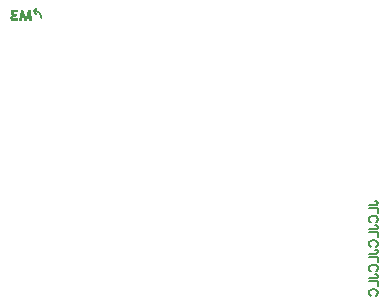
<source format=gbo>
G04 Layer: BottomSilkLayer*
G04 EasyEDA v6.4.2, 2020-07-29T20:00:14+08:00*
G04 a4d3a70eaac246dab60b55038e04b420,fed530592efb474aaabf7115e2e2b964,NaN*
G04 Gerber Generator version 0.2*
G04 Scale: 100 percent, Rotated: No, Reflected: No *
G04 Dimensions in millimeters *
G04 leading zeros omitted , absolute positions ,3 integer and 3 decimal *
%FSLAX33Y33*%
%MOMM*%
G90*
G71D02*

%ADD12C,0.200000*%
%ADD13C,0.203200*%

%LPD*%
G54D12*
G01X22632Y39444D02*
G01X22732Y39164D01*
G01X22632Y39444D02*
G01X22872Y39623D01*
G54D13*
G01X50949Y22970D02*
G01X51531Y22970D01*
G01X51640Y23008D01*
G01X51675Y23044D01*
G01X51711Y23117D01*
G01X51711Y23188D01*
G01X51675Y23262D01*
G01X51640Y23298D01*
G01X51531Y23333D01*
G01X51457Y23333D01*
G01X50949Y22731D02*
G01X51711Y22731D01*
G01X51711Y22731D02*
G01X51711Y22294D01*
G01X51129Y21509D02*
G01X51058Y21545D01*
G01X50984Y21619D01*
G01X50949Y21690D01*
G01X50949Y21837D01*
G01X50984Y21908D01*
G01X51058Y21982D01*
G01X51129Y22017D01*
G01X51238Y22056D01*
G01X51421Y22056D01*
G01X51531Y22017D01*
G01X51602Y21982D01*
G01X51675Y21908D01*
G01X51711Y21837D01*
G01X51711Y21690D01*
G01X51675Y21619D01*
G01X51602Y21545D01*
G01X51531Y21509D01*
G01X50949Y20905D02*
G01X51531Y20905D01*
G01X51640Y20940D01*
G01X51675Y20979D01*
G01X51711Y21050D01*
G01X51711Y21123D01*
G01X51675Y21197D01*
G01X51640Y21233D01*
G01X51531Y21268D01*
G01X51457Y21268D01*
G01X50949Y20666D02*
G01X51711Y20666D01*
G01X51711Y20666D02*
G01X51711Y20229D01*
G01X51129Y19444D02*
G01X51058Y19480D01*
G01X50984Y19554D01*
G01X50949Y19625D01*
G01X50949Y19770D01*
G01X50984Y19843D01*
G01X51058Y19917D01*
G01X51129Y19952D01*
G01X51238Y19988D01*
G01X51421Y19988D01*
G01X51531Y19952D01*
G01X51602Y19917D01*
G01X51675Y19843D01*
G01X51711Y19770D01*
G01X51711Y19625D01*
G01X51675Y19554D01*
G01X51602Y19480D01*
G01X51531Y19444D01*
G01X50949Y18840D02*
G01X51531Y18840D01*
G01X51640Y18875D01*
G01X51675Y18914D01*
G01X51711Y18985D01*
G01X51711Y19058D01*
G01X51675Y19132D01*
G01X51640Y19168D01*
G01X51531Y19203D01*
G01X51457Y19203D01*
G01X50949Y18601D02*
G01X51711Y18601D01*
G01X51711Y18601D02*
G01X51711Y18164D01*
G01X51129Y17377D02*
G01X51058Y17415D01*
G01X50984Y17486D01*
G01X50949Y17560D01*
G01X50949Y17704D01*
G01X50984Y17778D01*
G01X51058Y17852D01*
G01X51129Y17887D01*
G01X51238Y17923D01*
G01X51421Y17923D01*
G01X51531Y17887D01*
G01X51602Y17852D01*
G01X51675Y17778D01*
G01X51711Y17704D01*
G01X51711Y17560D01*
G01X51675Y17486D01*
G01X51602Y17415D01*
G01X51531Y17377D01*
G01X50949Y16775D02*
G01X51531Y16775D01*
G01X51640Y16810D01*
G01X51675Y16846D01*
G01X51711Y16920D01*
G01X51711Y16993D01*
G01X51675Y17064D01*
G01X51640Y17103D01*
G01X51531Y17138D01*
G01X51457Y17138D01*
G01X50949Y16534D02*
G01X51711Y16534D01*
G01X51711Y16534D02*
G01X51711Y16099D01*
G01X51129Y15312D02*
G01X51058Y15350D01*
G01X50984Y15421D01*
G01X50949Y15495D01*
G01X50949Y15639D01*
G01X50984Y15713D01*
G01X51058Y15784D01*
G01X51129Y15822D01*
G01X51238Y15858D01*
G01X51421Y15858D01*
G01X51531Y15822D01*
G01X51602Y15784D01*
G01X51675Y15713D01*
G01X51711Y15639D01*
G01X51711Y15495D01*
G01X51675Y15421D01*
G01X51602Y15350D01*
G01X51531Y15312D01*

%LPD*%
G36*
G01X21711Y39520D02*
G01X21478Y39520D01*
G01X21361Y38554D01*
G01X21605Y38554D01*
G01X21668Y39075D01*
G01X21795Y38554D01*
G01X22031Y38554D01*
G01X22156Y39065D01*
G01X22217Y38554D01*
G01X22460Y38554D01*
G01X22346Y39520D01*
G01X22110Y39520D01*
G01X21909Y38841D01*
G01X21711Y39520D01*
G37*

%LPD*%
G36*
G01X20978Y39527D02*
G01X20934Y39528D01*
G01X20891Y39527D01*
G01X20830Y39523D01*
G01X20776Y39511D01*
G01X20731Y39492D01*
G01X20693Y39466D01*
G01X20662Y39432D01*
G01X20639Y39390D01*
G01X20626Y39341D01*
G01X20621Y39283D01*
G01X20621Y39217D01*
G01X20623Y39185D01*
G01X20628Y39154D01*
G01X20636Y39127D01*
G01X20647Y39103D01*
G01X20662Y39083D01*
G01X20681Y39066D01*
G01X20704Y39051D01*
G01X20731Y39039D01*
G01X20702Y39027D01*
G01X20677Y39010D01*
G01X20656Y38989D01*
G01X20639Y38963D01*
G01X20626Y38934D01*
G01X20617Y38901D01*
G01X20611Y38865D01*
G01X20609Y38826D01*
G01X20609Y38791D01*
G01X20614Y38736D01*
G01X20627Y38687D01*
G01X20650Y38645D01*
G01X20682Y38610D01*
G01X20723Y38583D01*
G01X20771Y38563D01*
G01X20826Y38551D01*
G01X20888Y38547D01*
G01X20990Y38549D01*
G01X21088Y38556D01*
G01X21182Y38567D01*
G01X21272Y38582D01*
G01X21272Y38785D01*
G01X20987Y38785D01*
G01X20954Y38786D01*
G01X20926Y38788D01*
G01X20904Y38792D01*
G01X20888Y38796D01*
G01X20876Y38803D01*
G01X20867Y38813D01*
G01X20862Y38825D01*
G01X20860Y38839D01*
G01X20860Y38864D01*
G01X20867Y38892D01*
G01X20886Y38912D01*
G01X20918Y38925D01*
G01X20962Y38930D01*
G01X21193Y38943D01*
G01X21193Y39136D01*
G01X20972Y39151D01*
G01X20948Y39153D01*
G01X20926Y39156D01*
G01X20909Y39161D01*
G01X20896Y39166D01*
G01X20885Y39174D01*
G01X20877Y39183D01*
G01X20872Y39194D01*
G01X20870Y39207D01*
G01X20870Y39220D01*
G01X20872Y39238D01*
G01X20877Y39252D01*
G01X20886Y39264D01*
G01X20898Y39273D01*
G01X20914Y39280D01*
G01X20935Y39285D01*
G01X20961Y39287D01*
G01X20993Y39288D01*
G01X21259Y39288D01*
G01X21259Y39492D01*
G01X21208Y39500D01*
G01X21159Y39508D01*
G01X21112Y39514D01*
G01X21066Y39520D01*
G01X21022Y39524D01*
G01X20978Y39527D01*
G37*

%LPD*%
G54D12*
G75*
G01X23233Y38844D02*
G03X22633Y39444I-600J0D01*
G01*
M00*
M02*

</source>
